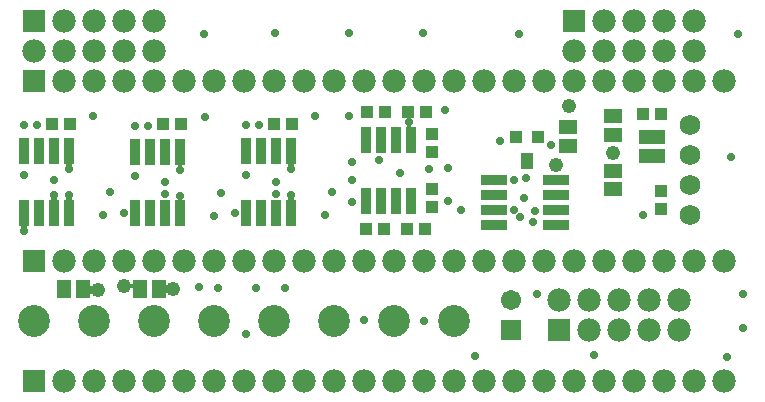
<source format=gts>
G04 Layer_Color=8388736*
%FSLAX25Y25*%
%MOIN*%
G70*
G01*
G75*
%ADD41R,0.02000X0.00700*%
%ADD42R,0.01300X0.00500*%
%ADD43R,0.01800X0.00600*%
%ADD44R,0.01400X0.00700*%
%ADD45R,0.01900X0.00700*%
%ADD46R,0.02000X0.01100*%
%ADD47R,0.01200X0.02600*%
%ADD48R,0.01100X0.01800*%
%ADD49R,0.00800X0.02900*%
%ADD50R,0.06000X0.04650*%
%ADD51R,0.04400X0.04000*%
%ADD52R,0.03400X0.08800*%
%ADD53R,0.04000X0.04400*%
%ADD54R,0.08674X0.04650*%
%ADD55R,0.08800X0.03400*%
%ADD56R,0.04400X0.04400*%
%ADD57R,0.04400X0.05800*%
%ADD58R,0.04650X0.06000*%
%ADD59C,0.10642*%
%ADD60R,0.06706X0.06706*%
%ADD61C,0.06706*%
%ADD62C,0.06800*%
%ADD63C,0.07800*%
%ADD64R,0.07800X0.07800*%
%ADD65C,0.02800*%
%ADD66C,0.04800*%
D41*
X6600Y60650D02*
D03*
X85500D02*
D03*
X11500Y71850D02*
D03*
Y60650D02*
D03*
D42*
X124850Y84950D02*
D03*
D43*
X48600Y71700D02*
D03*
D44*
Y60350D02*
D03*
D45*
X85450Y71850D02*
D03*
D46*
X-3500Y51250D02*
D03*
D47*
X18900Y30400D02*
D03*
D48*
X32650Y31500D02*
D03*
D49*
X44100Y30550D02*
D03*
D50*
X193000Y70000D02*
D03*
Y63750D02*
D03*
Y88250D02*
D03*
Y82000D02*
D03*
X178100Y84650D02*
D03*
Y78400D02*
D03*
D51*
X6000Y85700D02*
D03*
X12000D02*
D03*
X80000D02*
D03*
X86000D02*
D03*
X43100Y85500D02*
D03*
X49100D02*
D03*
X130300Y50500D02*
D03*
X124300D02*
D03*
X130600Y89600D02*
D03*
X124600D02*
D03*
X116700Y50500D02*
D03*
X110700D02*
D03*
X203000Y89000D02*
D03*
X209000D02*
D03*
X116900Y89700D02*
D03*
X110900D02*
D03*
D52*
X11500Y56000D02*
D03*
X-3500Y76500D02*
D03*
X6500D02*
D03*
X11500D02*
D03*
X6500Y56000D02*
D03*
X1500D02*
D03*
X-3500D02*
D03*
X1500Y76500D02*
D03*
X85500Y56000D02*
D03*
X70500Y76500D02*
D03*
X80500D02*
D03*
X85500D02*
D03*
X80500Y56000D02*
D03*
X75500D02*
D03*
X70500D02*
D03*
X75500Y76500D02*
D03*
X48600Y55800D02*
D03*
X33600Y76300D02*
D03*
X43600D02*
D03*
X48600D02*
D03*
X43600Y55800D02*
D03*
X38600D02*
D03*
X33600D02*
D03*
X38600Y76300D02*
D03*
X110600Y80400D02*
D03*
X125600Y59900D02*
D03*
X115600D02*
D03*
X110600D02*
D03*
X115600Y80400D02*
D03*
X120600D02*
D03*
X125600D02*
D03*
X120600Y59900D02*
D03*
D53*
X132600Y63800D02*
D03*
Y57800D02*
D03*
Y76400D02*
D03*
Y82400D02*
D03*
X208900Y57100D02*
D03*
Y63100D02*
D03*
D54*
X206000Y81100D02*
D03*
Y74850D02*
D03*
D55*
X173900Y67000D02*
D03*
X153400Y52000D02*
D03*
Y62000D02*
D03*
Y67000D02*
D03*
X173900Y62000D02*
D03*
Y57000D02*
D03*
Y52000D02*
D03*
X153400Y57000D02*
D03*
D56*
X168100Y81100D02*
D03*
X160600D02*
D03*
D57*
X164300Y73100D02*
D03*
D58*
X16300Y30500D02*
D03*
X10050D02*
D03*
X41550Y30600D02*
D03*
X35300D02*
D03*
D59*
X60000Y20000D02*
D03*
X40000D02*
D03*
X20000D02*
D03*
X80000D02*
D03*
X100000D02*
D03*
X0D02*
D03*
X120000D02*
D03*
X140000D02*
D03*
D60*
X159000Y17000D02*
D03*
D61*
Y27000D02*
D03*
D62*
X218500Y85100D02*
D03*
Y75100D02*
D03*
Y65100D02*
D03*
Y55100D02*
D03*
D63*
X180000Y110000D02*
D03*
X190000D02*
D03*
X200000D02*
D03*
Y120000D02*
D03*
X190000D02*
D03*
X210000D02*
D03*
X220000D02*
D03*
Y110000D02*
D03*
X210000D02*
D03*
X0D02*
D03*
X10000D02*
D03*
X20000D02*
D03*
Y120000D02*
D03*
X10000D02*
D03*
X30000D02*
D03*
X40000D02*
D03*
Y110000D02*
D03*
X30000D02*
D03*
X220000Y100000D02*
D03*
X210000D02*
D03*
X200000D02*
D03*
X190000D02*
D03*
X180000D02*
D03*
X170000D02*
D03*
X160000D02*
D03*
X150000D02*
D03*
X140000D02*
D03*
X130000D02*
D03*
X120000D02*
D03*
X110000D02*
D03*
X100000D02*
D03*
X90000D02*
D03*
X80000D02*
D03*
X70000D02*
D03*
X60000D02*
D03*
X50000D02*
D03*
X40000D02*
D03*
X30000D02*
D03*
X20000D02*
D03*
X10000D02*
D03*
X230000D02*
D03*
X220000Y0D02*
D03*
X210000D02*
D03*
X200000D02*
D03*
X190000D02*
D03*
X180000D02*
D03*
X170000D02*
D03*
X160000D02*
D03*
X150000D02*
D03*
X140000D02*
D03*
X130000D02*
D03*
X120000D02*
D03*
X110000D02*
D03*
X100000D02*
D03*
X90000D02*
D03*
X80000D02*
D03*
X70000D02*
D03*
X60000D02*
D03*
X50000D02*
D03*
X40000D02*
D03*
X30000D02*
D03*
X20000D02*
D03*
X10000D02*
D03*
X230000D02*
D03*
X175000Y27000D02*
D03*
X185000D02*
D03*
X195000D02*
D03*
Y17000D02*
D03*
X185000D02*
D03*
X205000D02*
D03*
X215000D02*
D03*
Y27000D02*
D03*
X205000D02*
D03*
X230000Y40000D02*
D03*
X10000D02*
D03*
X20000D02*
D03*
X30000D02*
D03*
X40000D02*
D03*
X50000D02*
D03*
X60000D02*
D03*
X70000D02*
D03*
X80000D02*
D03*
X90000D02*
D03*
X100000D02*
D03*
X110000D02*
D03*
X120000D02*
D03*
X130000D02*
D03*
X140000D02*
D03*
X150000D02*
D03*
X160000D02*
D03*
X170000D02*
D03*
X180000D02*
D03*
X190000D02*
D03*
X200000D02*
D03*
X210000D02*
D03*
X220000D02*
D03*
D64*
X180000Y120000D02*
D03*
X0D02*
D03*
Y100000D02*
D03*
Y0D02*
D03*
X175000Y17000D02*
D03*
X0Y40000D02*
D03*
D65*
X48600Y70400D02*
D03*
Y61700D02*
D03*
X33700Y85000D02*
D03*
X33600Y68300D02*
D03*
X56800Y87900D02*
D03*
X62300Y62600D02*
D03*
X60100Y54900D02*
D03*
X43700Y62100D02*
D03*
X105900Y72900D02*
D03*
Y66900D02*
D03*
X131700Y70600D02*
D03*
X38000Y85000D02*
D03*
X97000Y55100D02*
D03*
X85500Y61900D02*
D03*
X70500Y68500D02*
D03*
X70600Y85200D02*
D03*
X93700Y88100D02*
D03*
X99200Y62800D02*
D03*
X85500Y70600D02*
D03*
X80600Y62300D02*
D03*
Y66400D02*
D03*
X23000Y55100D02*
D03*
X11500Y61900D02*
D03*
X-3500Y68500D02*
D03*
X-3400Y85200D02*
D03*
X19700Y88100D02*
D03*
X25200Y62800D02*
D03*
X11500Y70600D02*
D03*
X900Y85200D02*
D03*
X186500Y8500D02*
D03*
X231000Y8000D02*
D03*
X43700Y66200D02*
D03*
X138000Y71000D02*
D03*
X106000Y59700D02*
D03*
X105100Y88400D02*
D03*
X137000Y90200D02*
D03*
X121800Y69400D02*
D03*
X115100Y73500D02*
D03*
X-3500Y49800D02*
D03*
X30000Y55800D02*
D03*
X66900Y56000D02*
D03*
X167500Y29000D02*
D03*
X159800Y57000D02*
D03*
X162000Y54500D02*
D03*
X159800Y67000D02*
D03*
X166800Y56700D02*
D03*
X163200Y60900D02*
D03*
X164000Y67500D02*
D03*
X142200Y57000D02*
D03*
X166400Y53000D02*
D03*
X74900Y85200D02*
D03*
X54800Y31100D02*
D03*
X74000Y30900D02*
D03*
X83600D02*
D03*
X110000Y20400D02*
D03*
X129900Y20000D02*
D03*
X56700Y115700D02*
D03*
X80200Y116000D02*
D03*
X105100D02*
D03*
X129700D02*
D03*
X161600Y115500D02*
D03*
X203100Y55200D02*
D03*
X236200Y17700D02*
D03*
Y28800D02*
D03*
X172200Y78700D02*
D03*
X234500Y115500D02*
D03*
X61200Y31000D02*
D03*
X70500Y15500D02*
D03*
X232400Y74700D02*
D03*
X155300Y80000D02*
D03*
X6600Y66800D02*
D03*
Y61900D02*
D03*
X137900Y59800D02*
D03*
X125000Y86300D02*
D03*
X147100Y8300D02*
D03*
D66*
X193000Y76000D02*
D03*
X173900Y72000D02*
D03*
X21200Y30400D02*
D03*
X30000Y31500D02*
D03*
X46400Y30550D02*
D03*
X178200Y91600D02*
D03*
M02*

</source>
